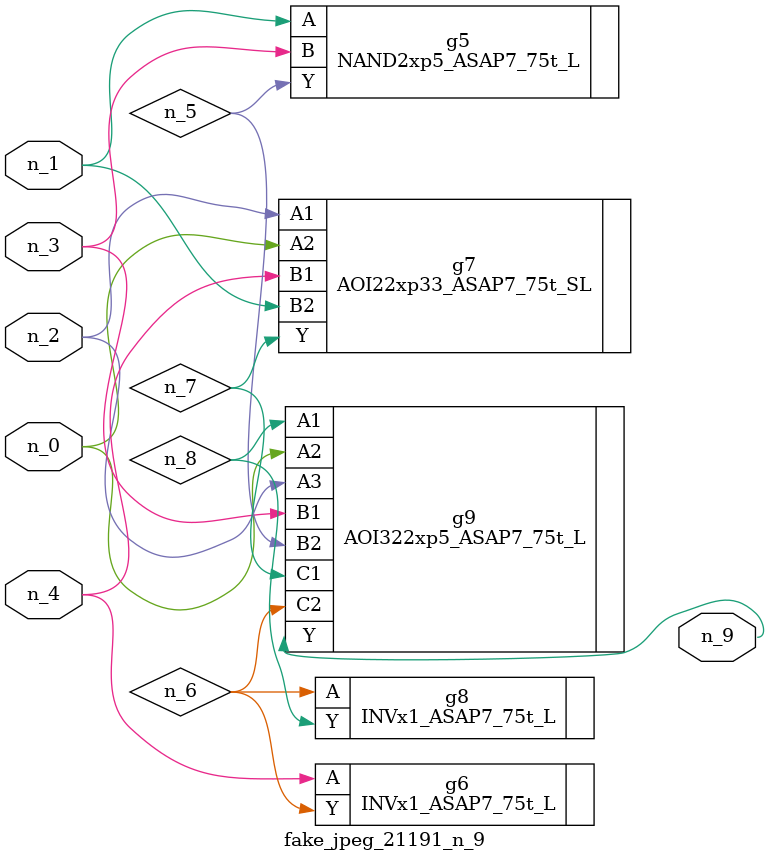
<source format=v>
module fake_jpeg_21191_n_9 (n_3, n_2, n_1, n_0, n_4, n_9);

input n_3;
input n_2;
input n_1;
input n_0;
input n_4;

output n_9;

wire n_8;
wire n_6;
wire n_5;
wire n_7;

NAND2xp5_ASAP7_75t_L g5 ( 
.A(n_1),
.B(n_3),
.Y(n_5)
);

INVx1_ASAP7_75t_L g6 ( 
.A(n_4),
.Y(n_6)
);

AOI22xp33_ASAP7_75t_SL g7 ( 
.A1(n_2),
.A2(n_0),
.B1(n_4),
.B2(n_1),
.Y(n_7)
);

INVx1_ASAP7_75t_L g8 ( 
.A(n_6),
.Y(n_8)
);

AOI322xp5_ASAP7_75t_L g9 ( 
.A1(n_8),
.A2(n_0),
.A3(n_2),
.B1(n_3),
.B2(n_5),
.C1(n_7),
.C2(n_6),
.Y(n_9)
);


endmodule
</source>
